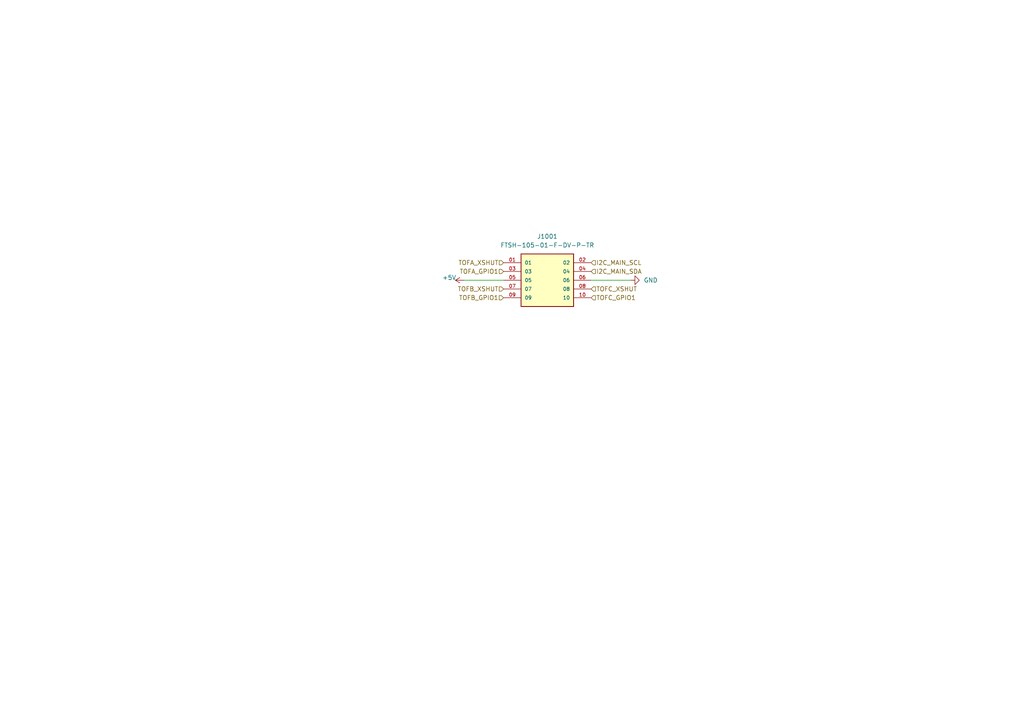
<source format=kicad_sch>
(kicad_sch (version 20231120) (generator "eeschema") (generator_version "8.0")
  (paper "A4")
  (lib_symbols
    (symbol "Tom&Jerry:FTSH-105-01-F-DV-P-TR" (pin_names (offset 1.016))
      (property "Reference" "J" (at -8.12 7.62 0))
      (property "Value" "FTSH-105-01-F-DV-P-TR" (at -7.62 -10.16 0))
      (symbol "FTSH-105-01-F-DV-P-TR_0_0"
        (rectangle (start -7.62 -7.62) (end 7.62 7.62) (stroke (width 0.254)) (fill (type background)))
        (pin passive line (at -12.7 5.08 0) (length 5.08) (name "01") (number "01"))
        (pin passive line (at 12.7 5.08 180) (length 5.08) (name "02") (number "02"))
        (pin passive line (at -12.7 2.54 0) (length 5.08) (name "03") (number "03"))
        (pin passive line (at 12.7 2.54 180) (length 5.08) (name "04") (number "04"))
        (pin passive line (at -12.7 0 0) (length 5.08) (name "05") (number "05"))
        (pin passive line (at 12.7 0 180) (length 5.08) (name "06") (number "06"))
        (pin passive line (at -12.7 -2.54 0) (length 5.08) (name "07") (number "07"))
        (pin passive line (at 12.7 -2.54 180) (length 5.08) (name "08") (number "08"))
        (pin passive line (at -12.7 -5.08 0) (length 5.08) (name "09") (number "09"))
        (pin passive line (at 12.7 -5.08 180) (length 5.08) (name "10") (number "10"))
      )
    )
    (symbol "power:+5V" (power) (pin_names (offset 0))
      (property "Value" "+5V" (at 0 3.556 0))
      (symbol "+5V_0_1"
        (polyline (pts (xy -0.762 1.27) (xy 0 2.54)))
        (polyline (pts (xy 0 0) (xy 0 2.54)))
        (polyline (pts (xy 0 2.54) (xy 0.762 1.27)))
      )
      (symbol "+5V_1_1"
        (pin power_in line (at 0 0 90) (length 0) hide (name "+5V") (number "1"))
      )
    )
    (symbol "power:GND" (power) (pin_names (offset 0))
      (property "Value" "GND" (at 0 -3.81 0))
      (symbol "GND_0_1"
        (polyline (pts (xy 0 0) (xy 0 -1.27) (xy 1.27 -1.27) (xy 0 -2.54) (xy -1.27 -1.27) (xy 0 -1.27)))
      )
      (symbol "GND_1_1"
        (pin power_in line (at 0 0 270) (length 0) hide (name "GND") (number "1"))
      )
    )
  )
  (wire (pts (xy 171.45 81.28) (xy 182.88 81.28)))
  (wire (pts (xy 134.62 81.28) (xy 146.05 81.28)))
  (hierarchical_label "TOFA_XSHUT" (shape input) (at 146.05 76.2 180))
  (hierarchical_label "I2C_MAIN_SDA" (shape input) (at 171.45 78.74 0))
  (hierarchical_label "TOFC_GPIO1" (shape input) (at 171.45 86.36 0))
  (hierarchical_label "TOFA_GPIO1" (shape input) (at 146.05 78.74 180))
  (hierarchical_label "TOFB_XSHUT" (shape input) (at 146.05 83.82 180))
  (hierarchical_label "I2C_MAIN_SCL" (shape input) (at 171.45 76.2 0))
  (hierarchical_label "TOFC_XSHUT" (shape input) (at 171.45 83.82 0))
  (hierarchical_label "TOFB_GPIO1" (shape input) (at 146.05 86.36 180))
  (symbol (lib_id "power:GND") (at 182.88 81.28 90) (unit 1)
    (property "Reference" "#PWR01002" (effects (hide yes)))
    (property "Value" "GND" (at 186.69 81.2799 90) (effects (justify right)))
    (property "Description" "Power symbol creates a global label with name \"GND\" , ground" (effects (hide yes)))
    (instances (project "tom&Jerry_Draft" (path "" (reference "#PWR01002") (unit 1)) (path "" (reference "#PWR0702") (unit 1))))
  )
  (symbol (lib_id "Tom&Jerry:FTSH-105-01-F-DV-P-TR") (at 158.75 81.28 0) (unit 1)
    (property "Reference" "J1001" (at 158.75 68.58 0))
    (property "Value" "FTSH-105-01-F-DV-P-TR" (at 158.75 71.12 0))
    (property "Footprint" "Tom&Jerry:SAMTEC_FTSH-105-01-F-DV-P-TR" (effects (hide yes)))
    (property "PARTREV" "R" (effects (hide yes)))
    (property "MANUFACTURER" "Samtec" (effects (hide yes)))
    (property "STANDARD" "Manufacturer Recommendations" (effects (hide yes)))
    (instances (project "tom&Jerry_Draft" (path "" (reference "J1001") (unit 1)) (path "" (reference "J701") (unit 1))))
  )
  (symbol (lib_id "power:+5V") (at 134.62 81.28 90) (unit 1)
    (property "Reference" "#PWR01001" (effects (hide yes)))
    (property "Value" "+5V" (at 132.334 80.518 90) (effects (justify left)))
    (property "Description" "Power symbol creates a global label with name \"+5V\"" (effects (hide yes)))
    (instances (project "tom&Jerry_Draft" (path "" (reference "#PWR01001") (unit 1)) (path "" (reference "#PWR0701") (unit 1))))
  )
)
</source>
